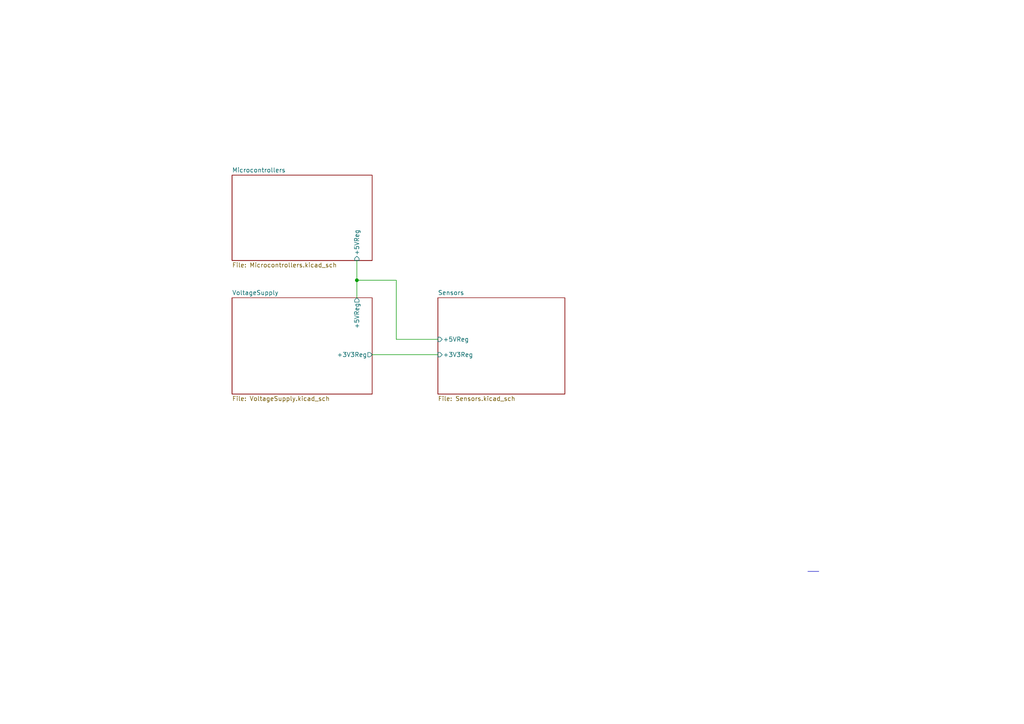
<source format=kicad_sch>
(kicad_sch (version 20230121) (generator eeschema)
  (paper "A4")
  (title_block (title "Power Submodule for Scale") (date "2023-04-13") (rev "V0") (company "University of Cape Town") (comment 1 "Author: Sarah Tallack"))
  (lib_symbols)
  (junction (at 103.505 81.28))
  (wire (pts (xy 114.935 81.28) (xy 103.505 81.28)))
  (polyline (pts (xy 234.315 165.735) (xy 237.49 165.735)))
  (wire (pts (xy 127 98.425) (xy 114.935 98.425)))
  (wire (pts (xy 103.505 81.28) (xy 103.505 86.36)))
  (wire (pts (xy 103.505 75.565) (xy 103.505 81.28)))
  (wire (pts (xy 107.95 102.87) (xy 127 102.87)))
  (wire (pts (xy 114.935 98.425) (xy 114.935 81.28)))
  (sheet (at 67.31 50.8) (size 40.64 24.765) (stroke (width 0.1524))
    (property "Sheetname" "Microcontrollers" (at 67.31 50.0884 0) (effects (justify left bottom)))
    (property "Sheetfile" "Microcontrollers.kicad_sch" (at 67.31 76.1496 0) (effects (justify left top)))
    (pin "+5VReg" input (at 103.505 75.565 270))
  )
  (sheet (at 127 86.36) (size 36.83 27.94) (stroke (width 0.1524))
    (property "Sheetname" "Sensors" (at 127 85.6484 0) (effects (justify left bottom)))
    (property "Sheetfile" "Sensors.kicad_sch" (at 127 114.8846 0) (effects (justify left top)))
    (pin "+3V3Reg" input (at 127 102.87 180))
    (pin "+5VReg" input (at 127 98.425 180))
  )
  (sheet (at 67.31 86.36) (size 40.64 27.94) (stroke (width 0.1524))
    (property "Sheetname" "VoltageSupply" (at 67.31 85.6484 0) (effects (justify left bottom)))
    (property "Sheetfile" "VoltageSupply.kicad_sch" (at 67.31 114.8846 0) (effects (justify left top)))
    (pin "+5VReg" output (at 103.505 86.36 90))
    (pin "+3V3Reg" output (at 107.95 102.87 0))
  )
)
</source>
